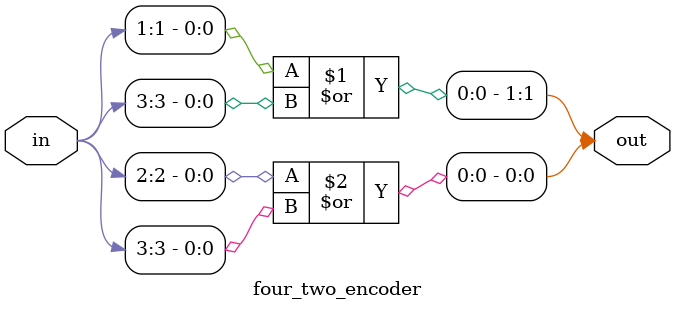
<source format=sv>
module four_two_encoder


(	input logic [3:0]in,
	output logic [1:0]out);

assign out[1] = in[1] | in[3];
assign out[0] = in[2] | in[3];

endmodule
</source>
